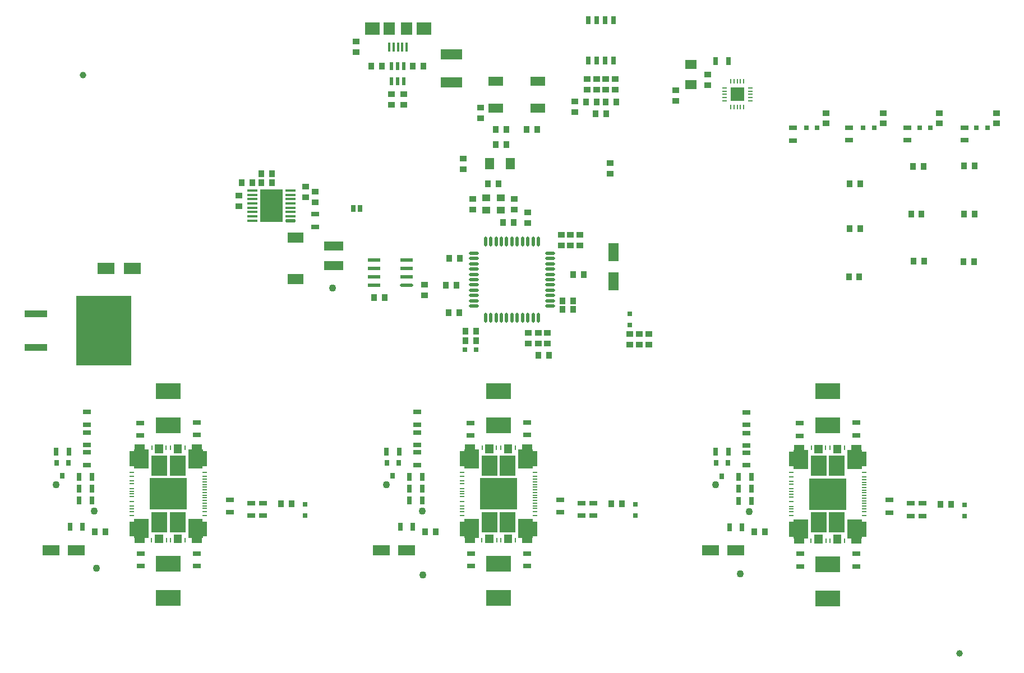
<source format=gtp>
G04 Layer_Color=8421504*
%FSLAX44Y44*%
%MOMM*%
G71*
G01*
G75*
%ADD10R,1.3000X0.7000*%
%ADD11R,0.7600X1.2500*%
%ADD12R,0.8000X0.9000*%
%ADD13R,0.7000X1.3000*%
%ADD14R,0.9500X1.0000*%
%ADD15R,2.5000X1.6000*%
%ADD16R,3.7000X2.4500*%
%ADD17R,2.1000X2.1000*%
%ADD18O,0.8000X0.2500*%
%ADD19O,0.2500X0.8000*%
%ADD20R,1.0000X0.9500*%
%ADD21R,0.8000X0.8000*%
%ADD22R,1.6000X2.8000*%
%ADD23O,1.5000X0.5500*%
%ADD24O,0.5500X1.5000*%
%ADD25R,1.4000X1.7000*%
%ADD26R,0.8000X1.0000*%
%ADD27R,2.9500X1.4000*%
%ADD28C,1.1000*%
%ADD29R,2.4000X1.5000*%
%ADD30R,3.4000X5.0000*%
%ADD31R,1.5000X0.4500*%
G04:AMPARAMS|DCode=32|XSize=0.45mm|YSize=1.5mm|CornerRadius=0.1125mm|HoleSize=0mm|Usage=FLASHONLY|Rotation=270.000|XOffset=0mm|YOffset=0mm|HoleType=Round|Shape=RoundedRectangle|*
%AMROUNDEDRECTD32*
21,1,0.4500,1.2750,0,0,270.0*
21,1,0.2250,1.5000,0,0,270.0*
1,1,0.2250,-0.6375,-0.1125*
1,1,0.2250,-0.6375,0.1125*
1,1,0.2250,0.6375,0.1125*
1,1,0.2250,0.6375,-0.1125*
%
%ADD32ROUNDEDRECTD32*%
%ADD33R,8.3800X10.4900*%
%ADD34R,3.5040X1.0160*%
%ADD35R,2.5000X1.7000*%
%ADD36R,0.8000X0.8000*%
%ADD37R,1.7000X1.4000*%
%ADD38R,0.4000X1.4000*%
%ADD39R,1.8000X1.9000*%
%ADD40R,2.3000X1.9000*%
%ADD41R,1.9800X0.5300*%
%ADD42O,1.9800X0.5300*%
%ADD43R,0.7800X0.2000*%
%ADD44R,0.2000X0.7800*%
%ADD45R,5.6000X4.8000*%
%ADD46R,2.4000X3.1000*%
%ADD47C,1.0000*%
%ADD48R,2.3000X1.4000*%
%ADD49R,1.3000X1.0000*%
%ADD50R,3.2000X1.5000*%
%ADD51R,0.6000X1.2000*%
G36*
X298500Y239500D02*
X305200Y239500D01*
Y217200D01*
X298600D01*
Y214500D01*
X297400D01*
Y207200D01*
X282100D01*
Y214500D01*
X276600D01*
Y243400D01*
X298500D01*
Y239500D01*
D02*
G37*
G36*
X797160Y239500D02*
X803860Y239500D01*
Y217200D01*
X797260D01*
Y214500D01*
X796060D01*
Y207200D01*
X780760D01*
Y214500D01*
X775260D01*
Y243400D01*
X797160D01*
Y239500D01*
D02*
G37*
G36*
X267200Y207100D02*
X254600D01*
Y220100D01*
X267200D01*
Y207100D01*
D02*
G37*
G36*
X216800Y214500D02*
X211300D01*
Y207200D01*
X196000D01*
Y214500D01*
X194800D01*
Y217200D01*
X188200Y217200D01*
Y239500D01*
X194900Y239500D01*
Y243400D01*
X216800D01*
Y214500D01*
D02*
G37*
G36*
X715460Y214500D02*
X709960D01*
Y207200D01*
X694660D01*
Y214500D01*
X693460D01*
Y217200D01*
X686860Y217200D01*
Y239500D01*
X693560Y239500D01*
Y243400D01*
X715460D01*
Y214500D01*
D02*
G37*
G36*
X1212460Y214000D02*
X1206960D01*
Y206700D01*
X1191660D01*
Y214000D01*
X1190460D01*
Y216700D01*
X1183860Y216700D01*
Y239000D01*
X1190560Y239000D01*
Y242900D01*
X1212460D01*
Y214000D01*
D02*
G37*
G36*
X1294160Y239000D02*
X1300860Y239000D01*
Y216700D01*
X1294260D01*
Y214000D01*
X1293060D01*
Y206700D01*
X1277760D01*
Y214000D01*
X1272260D01*
Y242900D01*
X1294160D01*
Y239000D01*
D02*
G37*
G36*
X1262860Y206600D02*
X1250260D01*
Y219600D01*
X1262860D01*
Y206600D01*
D02*
G37*
G36*
X1234460D02*
X1221860D01*
Y219600D01*
X1234460D01*
Y206600D01*
D02*
G37*
G36*
X238800Y207100D02*
X226200D01*
Y220100D01*
X238800D01*
Y207100D01*
D02*
G37*
G36*
X765860Y207100D02*
X753260D01*
Y220100D01*
X765860D01*
Y207100D01*
D02*
G37*
G36*
X737460D02*
X724860D01*
Y220100D01*
X737460D01*
Y207100D01*
D02*
G37*
G36*
X737460Y342900D02*
X724860D01*
Y355900D01*
X737460D01*
Y342900D01*
D02*
G37*
G36*
X1262860Y342400D02*
X1250260D01*
Y355400D01*
X1262860D01*
Y342400D01*
D02*
G37*
G36*
X1234460Y342400D02*
X1221860D01*
Y355400D01*
X1234460D01*
Y342400D01*
D02*
G37*
G36*
X267200Y342900D02*
X254600D01*
Y355900D01*
X267200D01*
Y342900D01*
D02*
G37*
G36*
X765860Y342900D02*
X753260D01*
Y355900D01*
X765860D01*
Y342900D01*
D02*
G37*
G36*
X238800D02*
X226200D01*
Y355900D01*
X238800D01*
Y342900D01*
D02*
G37*
G36*
X709960Y348500D02*
X715460D01*
Y319600D01*
X693560D01*
Y323500D01*
X686860Y323500D01*
Y345800D01*
X693460D01*
Y348500D01*
X694660D01*
Y355800D01*
X709960D01*
Y348500D01*
D02*
G37*
G36*
X1293060Y348000D02*
X1294260D01*
Y345300D01*
X1300860D01*
Y323000D01*
X1294160D01*
Y319100D01*
X1272260D01*
Y348000D01*
X1277760D01*
Y355300D01*
X1293060D01*
Y348000D01*
D02*
G37*
G36*
X1206960D02*
X1212460D01*
Y319100D01*
X1190560D01*
Y323000D01*
X1183860Y323000D01*
Y345300D01*
X1190460D01*
Y348000D01*
X1191660D01*
Y355300D01*
X1206960D01*
Y348000D01*
D02*
G37*
G36*
X297400Y348500D02*
X298600D01*
Y345800D01*
X305200D01*
Y323500D01*
X298500D01*
Y319600D01*
X276600D01*
Y348500D01*
X282100D01*
Y355800D01*
X297400D01*
Y348500D01*
D02*
G37*
G36*
X211300D02*
X216800D01*
Y319600D01*
X194900D01*
Y323500D01*
X188200Y323500D01*
Y345800D01*
X194800D01*
Y348500D01*
X196000D01*
Y355800D01*
X211300D01*
Y348500D01*
D02*
G37*
G36*
X796060Y348500D02*
X797260D01*
Y345800D01*
X803860D01*
Y323500D01*
X797160D01*
Y319600D01*
X775260D01*
Y348500D01*
X780760D01*
Y355800D01*
X796060D01*
Y348500D01*
D02*
G37*
D10*
X1385460Y267000D02*
D03*
X1385460Y248000D02*
D03*
X1367460Y267000D02*
D03*
Y248000D02*
D03*
X1335460Y253000D02*
D03*
Y272000D02*
D03*
X1119460Y404500D02*
D03*
X1119460Y385500D02*
D03*
Y373500D02*
D03*
Y354500D02*
D03*
Y324500D02*
D03*
Y343500D02*
D03*
X1285460Y172000D02*
D03*
X1285460Y191000D02*
D03*
X1200460Y172000D02*
D03*
X1200460Y191000D02*
D03*
X1285460Y389000D02*
D03*
Y370000D02*
D03*
X1199460Y388000D02*
D03*
X1199460Y369000D02*
D03*
X702460Y388500D02*
D03*
Y369500D02*
D03*
X788460Y389500D02*
D03*
Y370500D02*
D03*
X888460Y267500D02*
D03*
X888460Y248500D02*
D03*
X870460Y267500D02*
D03*
X870460Y248500D02*
D03*
X838460Y253500D02*
D03*
Y272500D02*
D03*
X788460Y172500D02*
D03*
Y191500D02*
D03*
X703460Y172500D02*
D03*
Y191500D02*
D03*
X622460Y325000D02*
D03*
Y344000D02*
D03*
Y374000D02*
D03*
Y355000D02*
D03*
Y405000D02*
D03*
Y386000D02*
D03*
X289800Y389500D02*
D03*
X289800Y370500D02*
D03*
X203800Y388500D02*
D03*
Y369500D02*
D03*
X390000Y267500D02*
D03*
Y248500D02*
D03*
X371800Y267500D02*
D03*
Y248500D02*
D03*
X339800Y253500D02*
D03*
Y272500D02*
D03*
X289800Y172500D02*
D03*
Y191500D02*
D03*
X204800Y172500D02*
D03*
X204800Y191500D02*
D03*
X123800Y325000D02*
D03*
Y344000D02*
D03*
X123800Y405000D02*
D03*
Y386000D02*
D03*
Y374000D02*
D03*
Y355000D02*
D03*
X1448500Y816000D02*
D03*
Y835000D02*
D03*
X1362500Y816000D02*
D03*
Y835000D02*
D03*
X1274000Y816000D02*
D03*
Y835000D02*
D03*
X1190000Y815500D02*
D03*
Y834500D02*
D03*
X468000Y685000D02*
D03*
Y704000D02*
D03*
D11*
X880510Y997300D02*
D03*
X893210D02*
D03*
X905910D02*
D03*
X918610D02*
D03*
Y935800D02*
D03*
X905910D02*
D03*
X893210D02*
D03*
X880510D02*
D03*
D12*
X1073460Y328000D02*
D03*
X1091460D02*
D03*
X1082460Y308000D02*
D03*
X576460Y328500D02*
D03*
X594460D02*
D03*
X585460Y308500D02*
D03*
X77800Y328500D02*
D03*
X95800D02*
D03*
X86800Y308500D02*
D03*
D13*
X1091960Y345000D02*
D03*
X1072960D02*
D03*
X1126960Y307000D02*
D03*
X1107960Y307000D02*
D03*
X1126960Y289000D02*
D03*
X1107960D02*
D03*
X1126960Y271000D02*
D03*
X1107960D02*
D03*
X1112960Y231000D02*
D03*
X1093960Y231000D02*
D03*
X615960Y231500D02*
D03*
X596960D02*
D03*
X629960Y307500D02*
D03*
X610960D02*
D03*
X629960Y289500D02*
D03*
X610960D02*
D03*
X629960Y271500D02*
D03*
X610960Y271500D02*
D03*
X117300Y231500D02*
D03*
X98300Y231500D02*
D03*
X131300Y271500D02*
D03*
X112300D02*
D03*
X131300Y289500D02*
D03*
X112300D02*
D03*
X131300Y307500D02*
D03*
X112300Y307500D02*
D03*
X96300Y345500D02*
D03*
X77300D02*
D03*
X1073000Y935000D02*
D03*
X1092000D02*
D03*
X594960Y345500D02*
D03*
X575960D02*
D03*
D14*
X1131460Y224000D02*
D03*
X1147460D02*
D03*
X634460Y224500D02*
D03*
X650460D02*
D03*
X135800D02*
D03*
X151800D02*
D03*
X1291000Y750000D02*
D03*
X1275000D02*
D03*
X1274000Y609000D02*
D03*
X1290000D02*
D03*
X1291000Y682000D02*
D03*
X1275000D02*
D03*
X1463000Y632000D02*
D03*
X1447000D02*
D03*
X1388000Y633000D02*
D03*
X1372000D02*
D03*
X1384000Y704000D02*
D03*
X1368000D02*
D03*
X1464000D02*
D03*
X1448000D02*
D03*
X1387000Y776000D02*
D03*
X1371000Y776000D02*
D03*
X1464000Y777000D02*
D03*
X1448000D02*
D03*
X874000Y613000D02*
D03*
X858000D02*
D03*
Y573000D02*
D03*
X842000D02*
D03*
X805000Y491000D02*
D03*
X821000D02*
D03*
X695000Y527000D02*
D03*
X711000D02*
D03*
X711000Y513000D02*
D03*
X695000D02*
D03*
X685599Y555000D02*
D03*
X669599D02*
D03*
X682000Y597000D02*
D03*
X666000D02*
D03*
X687000Y637000D02*
D03*
X671000D02*
D03*
X768340Y691540D02*
D03*
X752340D02*
D03*
X729000Y750000D02*
D03*
X745000D02*
D03*
X756650Y809510D02*
D03*
X740650Y809510D02*
D03*
X803640Y832370D02*
D03*
X787640D02*
D03*
X740650Y832370D02*
D03*
X756650D02*
D03*
X403000Y752000D02*
D03*
X387000D02*
D03*
X387000Y765500D02*
D03*
X403000D02*
D03*
X357500Y752000D02*
D03*
X373500D02*
D03*
X891560Y856060D02*
D03*
X907560D02*
D03*
X906800Y873840D02*
D03*
X922800D02*
D03*
X877590D02*
D03*
X893590D02*
D03*
X616000Y928000D02*
D03*
X632000D02*
D03*
X569000D02*
D03*
X553000D02*
D03*
X1428660Y266000D02*
D03*
X1412660D02*
D03*
X931660Y266500D02*
D03*
X915660D02*
D03*
X433000Y266500D02*
D03*
X417000D02*
D03*
X842000Y560000D02*
D03*
X858000D02*
D03*
X573000Y578000D02*
D03*
X557000D02*
D03*
D15*
X1103460Y196000D02*
D03*
X1065460D02*
D03*
X606460Y196500D02*
D03*
X568460D02*
D03*
X107800D02*
D03*
X69800Y196500D02*
D03*
D16*
X1242460Y123750D02*
D03*
Y175250D02*
D03*
X745460Y124250D02*
D03*
Y175750D02*
D03*
X246800Y124250D02*
D03*
Y175750D02*
D03*
X1241960Y436250D02*
D03*
Y384750D02*
D03*
X744960Y436750D02*
D03*
Y385250D02*
D03*
X246300Y436750D02*
D03*
Y385250D02*
D03*
D17*
X1105500Y885000D02*
D03*
D18*
X1086000Y875000D02*
D03*
Y880000D02*
D03*
Y885000D02*
D03*
Y890000D02*
D03*
Y895000D02*
D03*
X1125000D02*
D03*
Y890000D02*
D03*
Y885000D02*
D03*
Y880000D02*
D03*
Y875000D02*
D03*
D19*
X1095500Y904500D02*
D03*
X1100500D02*
D03*
X1105500D02*
D03*
X1110500D02*
D03*
X1115500D02*
D03*
Y865500D02*
D03*
X1110500D02*
D03*
X1105500D02*
D03*
X1100500D02*
D03*
X1095500D02*
D03*
D20*
X1497000Y857000D02*
D03*
Y841000D02*
D03*
X1411000Y857000D02*
D03*
Y841000D02*
D03*
X1326000Y857000D02*
D03*
Y841000D02*
D03*
X1240000Y857000D02*
D03*
Y841000D02*
D03*
X1061000Y915000D02*
D03*
Y899000D02*
D03*
X840000Y657000D02*
D03*
Y673000D02*
D03*
X854000Y657000D02*
D03*
Y673000D02*
D03*
X868000Y657000D02*
D03*
Y673000D02*
D03*
X790000Y525000D02*
D03*
Y509000D02*
D03*
X805000Y525000D02*
D03*
Y509000D02*
D03*
X819000Y509000D02*
D03*
Y525000D02*
D03*
X789000Y707000D02*
D03*
Y691000D02*
D03*
X769000Y727000D02*
D03*
Y711000D02*
D03*
X706000Y727000D02*
D03*
Y711000D02*
D03*
X718000Y865000D02*
D03*
Y849000D02*
D03*
X691500Y788000D02*
D03*
Y772000D02*
D03*
X353000Y732000D02*
D03*
Y716000D02*
D03*
X468000Y738000D02*
D03*
Y722000D02*
D03*
X454000Y746000D02*
D03*
Y730000D02*
D03*
X1012500Y891000D02*
D03*
Y875000D02*
D03*
X633500Y581180D02*
D03*
Y597180D02*
D03*
X860190Y858220D02*
D03*
Y874220D02*
D03*
X879240Y908510D02*
D03*
Y892510D02*
D03*
X893210Y908510D02*
D03*
Y892510D02*
D03*
X907180Y908510D02*
D03*
Y892510D02*
D03*
X921150Y908510D02*
D03*
X921150Y892510D02*
D03*
X602500Y869500D02*
D03*
Y885500D02*
D03*
X583500Y869500D02*
D03*
Y885500D02*
D03*
X530000Y965000D02*
D03*
Y949000D02*
D03*
X958000Y523000D02*
D03*
Y507000D02*
D03*
X943500D02*
D03*
Y523000D02*
D03*
X972500Y523000D02*
D03*
Y507000D02*
D03*
X914000Y765500D02*
D03*
Y781500D02*
D03*
D21*
X1483250Y835000D02*
D03*
X1466750D02*
D03*
X1397250D02*
D03*
X1380750D02*
D03*
X1312250D02*
D03*
X1295750D02*
D03*
X1226250D02*
D03*
X1209750D02*
D03*
X711250Y499000D02*
D03*
X694750D02*
D03*
D22*
X919000Y603000D02*
D03*
Y647000D02*
D03*
D23*
X822920Y565180D02*
D03*
Y573180D02*
D03*
Y581180D02*
D03*
Y589180D02*
D03*
Y597180D02*
D03*
Y605180D02*
D03*
Y613180D02*
D03*
Y621180D02*
D03*
Y629180D02*
D03*
Y637180D02*
D03*
Y645180D02*
D03*
X707920Y645180D02*
D03*
Y637180D02*
D03*
Y629180D02*
D03*
Y621180D02*
D03*
Y613180D02*
D03*
Y605180D02*
D03*
Y597180D02*
D03*
Y589180D02*
D03*
Y581180D02*
D03*
Y573180D02*
D03*
Y565180D02*
D03*
D24*
X805420Y662680D02*
D03*
X797420D02*
D03*
X789420D02*
D03*
X781420D02*
D03*
X773420D02*
D03*
X765420D02*
D03*
X757420D02*
D03*
X749420D02*
D03*
X741420D02*
D03*
X733420D02*
D03*
X725420D02*
D03*
X725420Y547680D02*
D03*
X733420D02*
D03*
X741420D02*
D03*
X749420Y547680D02*
D03*
X757420D02*
D03*
X765420Y547680D02*
D03*
X773420D02*
D03*
X781420D02*
D03*
X789420Y547680D02*
D03*
X797420D02*
D03*
X805420D02*
D03*
D25*
X762750Y780300D02*
D03*
X732010D02*
D03*
D26*
X526000Y713000D02*
D03*
X536000D02*
D03*
D27*
X496000Y656000D02*
D03*
Y626000D02*
D03*
D28*
X495000Y592500D02*
D03*
X1072500Y295500D02*
D03*
X1124072Y255000D02*
D03*
X1110000Y161000D02*
D03*
X631000Y159000D02*
D03*
X138000Y169000D02*
D03*
X77500Y295500D02*
D03*
X134500Y255500D02*
D03*
X575500Y295500D02*
D03*
X630000Y255500D02*
D03*
D29*
X439000Y606000D02*
D03*
Y669000D02*
D03*
D30*
X402500Y717000D02*
D03*
D31*
X373500Y726750D02*
D03*
Y694250D02*
D03*
Y700750D02*
D03*
Y707250D02*
D03*
Y713750D02*
D03*
Y720250D02*
D03*
Y733250D02*
D03*
Y739750D02*
D03*
X431500D02*
D03*
Y733250D02*
D03*
Y726750D02*
D03*
Y720250D02*
D03*
Y713750D02*
D03*
Y707250D02*
D03*
Y700750D02*
D03*
D32*
Y694250D02*
D03*
D33*
X149000Y528000D02*
D03*
D34*
X46870Y553400D02*
D03*
Y502600D02*
D03*
D35*
X152500Y622000D02*
D03*
X192500D02*
D03*
D36*
X1448660Y248250D02*
D03*
Y264750D02*
D03*
X951660Y248750D02*
D03*
Y265250D02*
D03*
X453000Y248750D02*
D03*
Y265250D02*
D03*
X943500Y553250D02*
D03*
Y536750D02*
D03*
D37*
X1036000Y930370D02*
D03*
Y899630D02*
D03*
D38*
X593500Y956250D02*
D03*
X587000Y956250D02*
D03*
X600000Y956250D02*
D03*
X606500D02*
D03*
X580500D02*
D03*
D39*
X606500Y984750D02*
D03*
X580500D02*
D03*
D40*
X632500D02*
D03*
X554500D02*
D03*
D41*
X557350Y596950D02*
D03*
Y609650D02*
D03*
Y622350D02*
D03*
Y635050D02*
D03*
X606650D02*
D03*
Y622350D02*
D03*
Y609650D02*
D03*
D42*
Y596950D02*
D03*
D43*
X1187360Y289000D02*
D03*
Y313700D02*
D03*
Y307500D02*
D03*
Y300300D02*
D03*
Y296400D02*
D03*
Y248300D02*
D03*
Y254500D02*
D03*
Y258500D02*
D03*
Y262500D02*
D03*
Y281000D02*
D03*
X1187560Y269700D02*
D03*
X1187360Y285000D02*
D03*
Y277000D02*
D03*
X1297360Y313700D02*
D03*
Y307500D02*
D03*
Y303000D02*
D03*
Y299000D02*
D03*
Y295000D02*
D03*
Y291000D02*
D03*
Y254500D02*
D03*
Y259000D02*
D03*
Y263000D02*
D03*
Y267000D02*
D03*
Y271000D02*
D03*
Y275000D02*
D03*
Y279000D02*
D03*
Y287000D02*
D03*
Y283000D02*
D03*
Y248300D02*
D03*
X800360Y248800D02*
D03*
Y283500D02*
D03*
Y287500D02*
D03*
Y279500D02*
D03*
Y275500D02*
D03*
Y271500D02*
D03*
Y267500D02*
D03*
Y263500D02*
D03*
Y259500D02*
D03*
Y255000D02*
D03*
Y291500D02*
D03*
Y295500D02*
D03*
Y299500D02*
D03*
Y303500D02*
D03*
Y308000D02*
D03*
Y314200D02*
D03*
X690360Y277500D02*
D03*
Y285500D02*
D03*
X690560Y270200D02*
D03*
X690360Y281500D02*
D03*
Y263000D02*
D03*
Y259000D02*
D03*
Y255000D02*
D03*
Y248800D02*
D03*
Y296900D02*
D03*
Y300800D02*
D03*
Y308000D02*
D03*
Y314200D02*
D03*
Y289500D02*
D03*
X191700Y289500D02*
D03*
Y314200D02*
D03*
Y308000D02*
D03*
Y300800D02*
D03*
Y296900D02*
D03*
Y248800D02*
D03*
Y255000D02*
D03*
Y259000D02*
D03*
Y263000D02*
D03*
Y281500D02*
D03*
X191900Y270200D02*
D03*
X191700Y285500D02*
D03*
Y277500D02*
D03*
X301700Y314200D02*
D03*
Y308000D02*
D03*
Y303500D02*
D03*
Y299500D02*
D03*
Y295500D02*
D03*
Y291500D02*
D03*
Y255000D02*
D03*
Y259500D02*
D03*
Y263500D02*
D03*
Y267500D02*
D03*
Y271500D02*
D03*
Y275500D02*
D03*
Y279500D02*
D03*
Y287500D02*
D03*
Y283500D02*
D03*
Y248800D02*
D03*
D44*
X1267460Y211000D02*
D03*
X1245460D02*
D03*
X1239260D02*
D03*
X1217160D02*
D03*
X1217260Y351000D02*
D03*
X1239160D02*
D03*
X1245560D02*
D03*
X1267460D02*
D03*
X1260360Y211000D02*
D03*
X1256460D02*
D03*
X1252460D02*
D03*
X1232160D02*
D03*
X1228160D02*
D03*
X1224160D02*
D03*
Y351000D02*
D03*
X1228160D02*
D03*
X1232160D02*
D03*
X1252460D02*
D03*
X1256560D02*
D03*
X1260560D02*
D03*
X763560Y351500D02*
D03*
X759560D02*
D03*
X755460D02*
D03*
X735160D02*
D03*
X731160D02*
D03*
X727160D02*
D03*
Y211500D02*
D03*
X731160D02*
D03*
X735160D02*
D03*
X755460D02*
D03*
X759460D02*
D03*
X763360D02*
D03*
X770460Y351500D02*
D03*
X748560D02*
D03*
X742160D02*
D03*
X720260D02*
D03*
X720160Y211500D02*
D03*
X742260D02*
D03*
X748460D02*
D03*
X770460D02*
D03*
X271800Y211500D02*
D03*
X249800D02*
D03*
X243600D02*
D03*
X221500D02*
D03*
X221600Y351500D02*
D03*
X243500D02*
D03*
X249900D02*
D03*
X271800D02*
D03*
X264700Y211500D02*
D03*
X260800D02*
D03*
X256800D02*
D03*
X236500D02*
D03*
X232500D02*
D03*
X228500D02*
D03*
Y351500D02*
D03*
X232500D02*
D03*
X236500D02*
D03*
X256800D02*
D03*
X260900D02*
D03*
X264900D02*
D03*
D45*
X1242360Y281000D02*
D03*
X745360Y281500D02*
D03*
X246700Y281500D02*
D03*
D46*
X1256160Y323700D02*
D03*
X1228560D02*
D03*
X1256160Y238300D02*
D03*
X1228560D02*
D03*
X731560Y238800D02*
D03*
X759160D02*
D03*
X731560Y324200D02*
D03*
X759160D02*
D03*
X260500Y324200D02*
D03*
X232900D02*
D03*
X260500Y238800D02*
D03*
X232900D02*
D03*
D47*
X1283360Y228000D02*
D03*
X1282360Y336000D02*
D03*
X1201360Y334000D02*
D03*
X1202360Y228000D02*
D03*
X705360Y228500D02*
D03*
X704360Y334500D02*
D03*
X785360Y336500D02*
D03*
X786360Y228500D02*
D03*
X287700Y228500D02*
D03*
X286700Y336500D02*
D03*
X205700Y334500D02*
D03*
X206700Y228500D02*
D03*
X117500Y914000D02*
D03*
X1441000Y40000D02*
D03*
D48*
X804280Y864440D02*
D03*
X741280Y864440D02*
D03*
X741280Y904440D02*
D03*
X804280Y904440D02*
D03*
D49*
X748480Y728480D02*
D03*
X726480D02*
D03*
Y710480D02*
D03*
X748480D02*
D03*
D50*
X674500Y903500D02*
D03*
X674500Y945500D02*
D03*
D51*
X583500Y904500D02*
D03*
X593000D02*
D03*
X602500D02*
D03*
Y927500D02*
D03*
X593000D02*
D03*
X583500D02*
D03*
M02*

</source>
